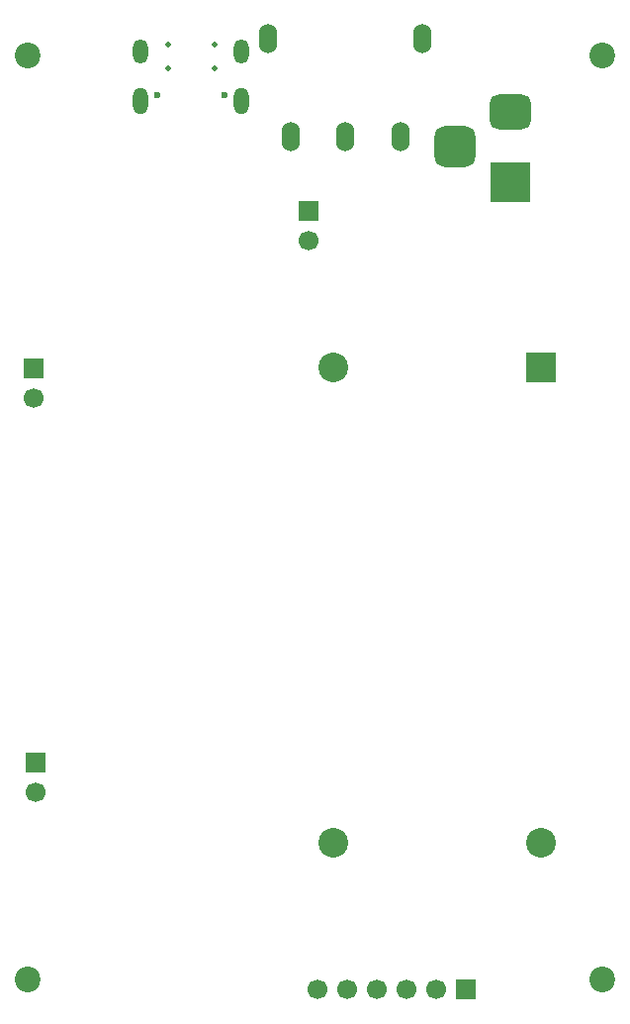
<source format=gbs>
%TF.GenerationSoftware,KiCad,Pcbnew,9.0.2*%
%TF.CreationDate,2025-05-13T17:20:56+02:00*%
%TF.ProjectId,CCFL2LED,4343464c-324c-4454-942e-6b696361645f,rev?*%
%TF.SameCoordinates,Original*%
%TF.FileFunction,Soldermask,Bot*%
%TF.FilePolarity,Negative*%
%FSLAX46Y46*%
G04 Gerber Fmt 4.6, Leading zero omitted, Abs format (unit mm)*
G04 Created by KiCad (PCBNEW 9.0.2) date 2025-05-13 17:20:56*
%MOMM*%
%LPD*%
G01*
G04 APERTURE LIST*
G04 Aperture macros list*
%AMRoundRect*
0 Rectangle with rounded corners*
0 $1 Rounding radius*
0 $2 $3 $4 $5 $6 $7 $8 $9 X,Y pos of 4 corners*
0 Add a 4 corners polygon primitive as box body*
4,1,4,$2,$3,$4,$5,$6,$7,$8,$9,$2,$3,0*
0 Add four circle primitives for the rounded corners*
1,1,$1+$1,$2,$3*
1,1,$1+$1,$4,$5*
1,1,$1+$1,$6,$7*
1,1,$1+$1,$8,$9*
0 Add four rect primitives between the rounded corners*
20,1,$1+$1,$2,$3,$4,$5,0*
20,1,$1+$1,$4,$5,$6,$7,0*
20,1,$1+$1,$6,$7,$8,$9,0*
20,1,$1+$1,$8,$9,$2,$3,0*%
G04 Aperture macros list end*
%ADD10O,1.560000X2.540000*%
%ADD11C,2.200000*%
%ADD12R,1.700000X1.700000*%
%ADD13C,1.700000*%
%ADD14R,2.540000X2.540000*%
%ADD15C,2.540000*%
%ADD16R,3.500000X3.500000*%
%ADD17RoundRect,0.750000X-1.000000X0.750000X-1.000000X-0.750000X1.000000X-0.750000X1.000000X0.750000X0*%
%ADD18RoundRect,0.875000X-0.875000X0.875000X-0.875000X-0.875000X0.875000X-0.875000X0.875000X0.875000X0*%
%ADD19C,0.600000*%
%ADD20O,1.300000X2.300000*%
%ADD21O,1.300000X2.100000*%
%ADD22C,0.500000*%
G04 APERTURE END LIST*
D10*
%TO.C,SW1*%
X63504000Y-31605000D03*
X76704000Y-31605000D03*
X65404000Y-40005000D03*
X70104000Y-40005000D03*
X74804000Y-40005000D03*
%TD*%
D11*
%TO.C,H1*%
X92075000Y-33020000D03*
%TD*%
D12*
%TO.C,J4*%
X80391000Y-112900500D03*
D13*
X77851000Y-112900500D03*
X75311000Y-112900500D03*
X72771000Y-112900500D03*
X70231000Y-112900500D03*
X67691000Y-112900500D03*
%TD*%
D11*
%TO.C,H4*%
X92075000Y-112014000D03*
%TD*%
D12*
%TO.C,+  -*%
X43459000Y-59807000D03*
D13*
X43459000Y-62347000D03*
%TD*%
D11*
%TO.C,H2*%
X42926000Y-33020000D03*
%TD*%
D14*
%TO.C,U7*%
X86868000Y-59687500D03*
D15*
X69088000Y-59687500D03*
X69088000Y-100327500D03*
X86868000Y-100327500D03*
%TD*%
D16*
%TO.C,J3*%
X84201000Y-43846000D03*
D17*
X84201000Y-37846000D03*
D18*
X79501000Y-40846000D03*
%TD*%
D11*
%TO.C,H3*%
X42926000Y-112014000D03*
%TD*%
D12*
%TO.C,J7*%
X66929000Y-46355000D03*
D13*
X66929000Y-48895000D03*
%TD*%
D12*
%TO.C,+  -*%
X43586000Y-93492000D03*
D13*
X43586000Y-96032000D03*
%TD*%
D19*
%TO.C,J2*%
X59784000Y-36411000D03*
X54004000Y-36411000D03*
D20*
X61224000Y-36931000D03*
D21*
X61224000Y-32731000D03*
D22*
X58894000Y-34111000D03*
X58894000Y-32111000D03*
X54894000Y-34111000D03*
X54894000Y-32111000D03*
D20*
X52564000Y-36931000D03*
D21*
X52564000Y-32731000D03*
%TD*%
M02*

</source>
